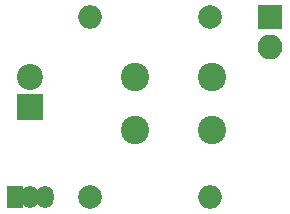
<source format=gbs>
G04 #@! TF.GenerationSoftware,KiCad,Pcbnew,(5.0.0)*
G04 #@! TF.CreationDate,2018-08-12T14:19:39+09:00*
G04 #@! TF.ProjectId,sample01,73616D706C6530312E6B696361645F70,rev?*
G04 #@! TF.SameCoordinates,PX40311b0PY3680a30*
G04 #@! TF.FileFunction,Soldermask,Bot*
G04 #@! TF.FilePolarity,Negative*
%FSLAX46Y46*%
G04 Gerber Fmt 4.6, Leading zero omitted, Abs format (unit mm)*
G04 Created by KiCad (PCBNEW (5.0.0)) date 08/12/18 14:19:39*
%MOMM*%
%LPD*%
G01*
G04 APERTURE LIST*
%ADD10R,2.100000X2.100000*%
%ADD11O,2.100000X2.100000*%
%ADD12R,2.200000X2.200000*%
%ADD13C,2.200000*%
%ADD14O,1.450000X1.900000*%
%ADD15R,1.450000X1.900000*%
%ADD16O,2.000000X2.000000*%
%ADD17C,2.000000*%
%ADD18C,2.400000*%
G04 APERTURE END LIST*
D10*
G04 #@! TO.C,J1*
X26670000Y19050000D03*
D11*
X26670000Y16510000D03*
G04 #@! TD*
D12*
G04 #@! TO.C,D1*
X6350000Y11430000D03*
D13*
X6350000Y13970000D03*
G04 #@! TD*
D14*
G04 #@! TO.C,Q1*
X6350000Y3810000D03*
X7620000Y3810000D03*
D15*
X5080000Y3810000D03*
G04 #@! TD*
D16*
G04 #@! TO.C,R1*
X21590000Y3810000D03*
D17*
X11430000Y3810000D03*
G04 #@! TD*
G04 #@! TO.C,R2*
X21590000Y19050000D03*
D16*
X11430000Y19050000D03*
G04 #@! TD*
D18*
G04 #@! TO.C,SW1*
X15240000Y9470000D03*
X15240000Y13970000D03*
X21740000Y9470000D03*
X21740000Y13970000D03*
G04 #@! TD*
M02*

</source>
